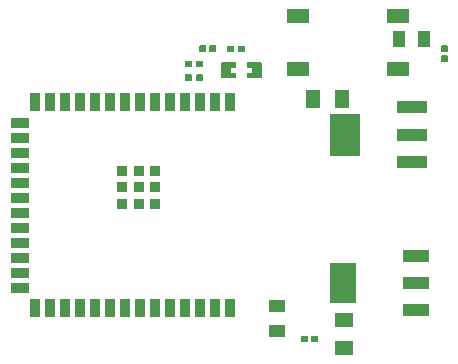
<source format=gtp>
G04 Layer: TopPasteMaskLayer*
G04 EasyEDA v6.5.44, 2024-09-01 12:15:54*
G04 62699ee94d054cea995aae1e18215b50,9332716679504667801b7cb99b0421ba,10*
G04 Gerber Generator version 0.2*
G04 Scale: 100 percent, Rotated: No, Reflected: No *
G04 Dimensions in inches *
G04 leading zeros omitted , absolute positions ,3 integer and 6 decimal *
%FSLAX36Y36*%
%MOIN*%

%AMMACRO1*21,1,$1,$2,0,0,$3*%
%ADD10R,0.0591X0.0472*%
%ADD11R,0.0472X0.0591*%
%ADD12R,0.0866X0.1378*%
%ADD13R,0.0866X0.0433*%
%ADD14MACRO1,0.0386X0.0973X90.0000*%
%ADD15MACRO1,0.1417X0.0973X-90.0000*%
%ADD16MACRO1,0.0394X0.0551X-90.0000*%
%ADD17R,0.0551X0.0394*%
%ADD18MACRO1,0.0394X0.0551X0.0000*%
%ADD19R,0.0394X0.0551*%
%ADD20R,0.0748X0.0512*%
%ADD21R,0.0354X0.0591*%
%ADD22R,0.0591X0.0354*%
%ADD23R,0.0354X0.0354*%

%LPD*%
G36*
X2263700Y2576380D02*
G01*
X2261740Y2574400D01*
X2261920Y2557880D01*
X2279260Y2557880D01*
X2279260Y2540160D01*
X2261540Y2540160D01*
X2261740Y2524020D01*
X2263700Y2522040D01*
X2308980Y2522040D01*
X2310940Y2524020D01*
X2310940Y2574400D01*
X2308980Y2576380D01*
G37*
G36*
X2179060Y2576380D02*
G01*
X2177080Y2574400D01*
X2177080Y2524020D01*
X2179060Y2522040D01*
X2224340Y2522040D01*
X2226300Y2524020D01*
X2226100Y2540160D01*
X2208780Y2540160D01*
X2208780Y2557880D01*
X2226300Y2557880D01*
X2226300Y2574400D01*
X2224340Y2576380D01*
G37*
G36*
X2234840Y2630820D02*
G01*
X2232080Y2628860D01*
X2232080Y2611139D01*
X2234840Y2609180D01*
X2253740Y2609180D01*
X2255700Y2611139D01*
X2255700Y2628860D01*
X2253740Y2630820D01*
G37*
G36*
X2196260Y2630820D02*
G01*
X2194300Y2628860D01*
X2194300Y2611139D01*
X2196260Y2609180D01*
X2215160Y2609180D01*
X2217920Y2611139D01*
X2217920Y2628860D01*
X2215160Y2630820D01*
G37*
G36*
X2056260Y2580820D02*
G01*
X2054300Y2578860D01*
X2054300Y2561139D01*
X2056260Y2559180D01*
X2075160Y2559180D01*
X2077920Y2561139D01*
X2077920Y2578860D01*
X2075160Y2580820D01*
G37*
G36*
X2094840Y2580820D02*
G01*
X2092080Y2578860D01*
X2092080Y2561139D01*
X2094840Y2559180D01*
X2113740Y2559180D01*
X2115700Y2561139D01*
X2115700Y2578860D01*
X2113740Y2580820D01*
G37*
G36*
X2477900Y1663700D02*
G01*
X2476320Y1662120D01*
X2476320Y1644019D01*
X2477900Y1642440D01*
X2497600Y1642440D01*
X2499180Y1644019D01*
X2499180Y1662120D01*
X2497600Y1663700D01*
G37*
G36*
X2444400Y1663700D02*
G01*
X2442820Y1662120D01*
X2442820Y1644019D01*
X2444400Y1642440D01*
X2464120Y1642440D01*
X2465680Y1644019D01*
X2465680Y1662120D01*
X2464120Y1663700D01*
G37*
G36*
X2910940Y2599680D02*
G01*
X2909360Y2598120D01*
X2909360Y2578399D01*
X2910940Y2576820D01*
X2929060Y2576820D01*
X2930640Y2578399D01*
X2930640Y2598120D01*
X2929060Y2599680D01*
G37*
G36*
X2910940Y2633180D02*
G01*
X2909360Y2631600D01*
X2909360Y2611880D01*
X2910940Y2610320D01*
X2929060Y2610320D01*
X2930640Y2611880D01*
X2930640Y2631600D01*
X2929060Y2633180D01*
G37*
G36*
X2138360Y2632060D02*
G01*
X2136780Y2630480D01*
X2136780Y2612380D01*
X2138360Y2610800D01*
X2158060Y2610800D01*
X2159640Y2612380D01*
X2159640Y2630480D01*
X2158060Y2632060D01*
G37*
G36*
X2104860Y2632060D02*
G01*
X2103300Y2630480D01*
X2103300Y2612380D01*
X2104860Y2610800D01*
X2124580Y2610800D01*
X2126160Y2612380D01*
X2126160Y2630480D01*
X2124580Y2632060D01*
G37*
G36*
X2056260Y2535820D02*
G01*
X2054300Y2533860D01*
X2054300Y2516140D01*
X2056260Y2514180D01*
X2075160Y2514180D01*
X2077920Y2516140D01*
X2077920Y2533860D01*
X2075160Y2535820D01*
G37*
G36*
X2094840Y2535820D02*
G01*
X2092080Y2533860D01*
X2092080Y2516140D01*
X2094840Y2514180D01*
X2113740Y2514180D01*
X2115700Y2516140D01*
X2115700Y2533860D01*
X2113740Y2535820D01*
G37*
D10*
G01*
X2585000Y1717240D03*
G01*
X2585000Y1622759D03*
D11*
G01*
X2577240Y2455000D03*
G01*
X2482759Y2455000D03*
D12*
G01*
X2583000Y1840000D03*
D13*
G01*
X2826999Y1930549D03*
G01*
X2826999Y1840000D03*
G01*
X2826999Y1749450D03*
D14*
G01*
X2811615Y2244449D03*
G01*
X2811615Y2335000D03*
G01*
X2811615Y2425550D03*
D15*
G01*
X2588384Y2335000D03*
D16*
G01*
X2362570Y1763924D03*
D17*
G01*
X2362569Y1681219D03*
D18*
G01*
X2770495Y2652370D03*
D19*
G01*
X2853190Y2652370D03*
D20*
G01*
X2433649Y2729580D03*
G01*
X2764350Y2729580D03*
G01*
X2433649Y2552420D03*
G01*
X2764350Y2552420D03*
D21*
G01*
X2205200Y2444490D03*
G01*
X2155200Y2444490D03*
G01*
X2105200Y2444490D03*
G01*
X2055200Y2444490D03*
G01*
X2005200Y2444490D03*
G01*
X1955200Y2444490D03*
G01*
X1905200Y2444490D03*
G01*
X1855200Y2444490D03*
G01*
X1805200Y2444490D03*
G01*
X1755200Y2444490D03*
G01*
X1705200Y2444490D03*
G01*
X1655200Y2444490D03*
G01*
X1605200Y2444490D03*
G01*
X1555200Y2444490D03*
D22*
G01*
X1504799Y2375000D03*
G01*
X1504799Y2325000D03*
G01*
X1504799Y2275000D03*
G01*
X1504799Y2225000D03*
G01*
X1504799Y2175000D03*
G01*
X1504799Y2125000D03*
G01*
X1504799Y2075000D03*
G01*
X1504799Y2025000D03*
G01*
X1504799Y1975000D03*
G01*
X1504799Y1925000D03*
G01*
X1504799Y1875000D03*
G01*
X1505979Y1825000D03*
D21*
G01*
X1555200Y1755509D03*
G01*
X1605200Y1755509D03*
G01*
X1655200Y1755509D03*
G01*
X1705200Y1755509D03*
G01*
X1755200Y1755509D03*
G01*
X1805200Y1755509D03*
G01*
X1855200Y1755509D03*
G01*
X1905200Y1755509D03*
G01*
X1955200Y1755509D03*
G01*
X2005200Y1755509D03*
G01*
X2055200Y1755509D03*
G01*
X2105200Y1755509D03*
G01*
X2155200Y1755509D03*
G01*
X2205200Y1755509D03*
D23*
G01*
X1901250Y2159059D03*
G01*
X1901250Y2214180D03*
G01*
X1901250Y2103939D03*
G01*
X1956369Y2103939D03*
G01*
X1956369Y2159059D03*
G01*
X1956369Y2214180D03*
G01*
X1846139Y2214180D03*
G01*
X1846130Y2159059D03*
G01*
X1846139Y2103939D03*
M02*

</source>
